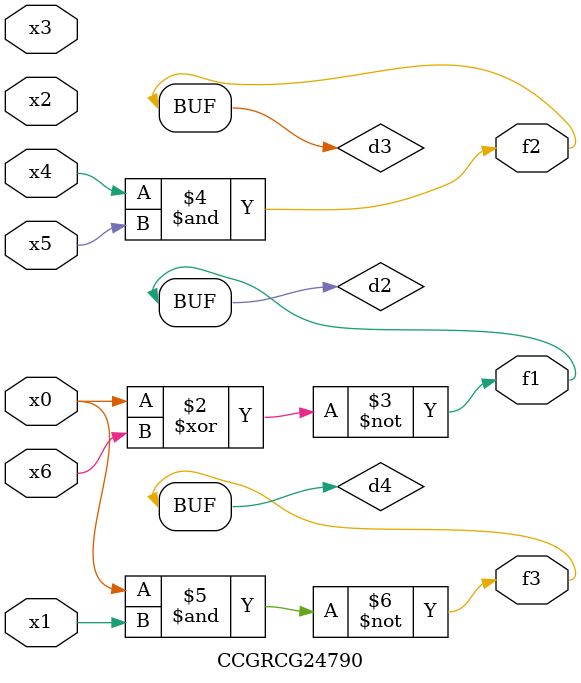
<source format=v>
module CCGRCG24790(
	input x0, x1, x2, x3, x4, x5, x6,
	output f1, f2, f3
);

	wire d1, d2, d3, d4;

	nor (d1, x0);
	xnor (d2, x0, x6);
	and (d3, x4, x5);
	nand (d4, x0, x1);
	assign f1 = d2;
	assign f2 = d3;
	assign f3 = d4;
endmodule

</source>
